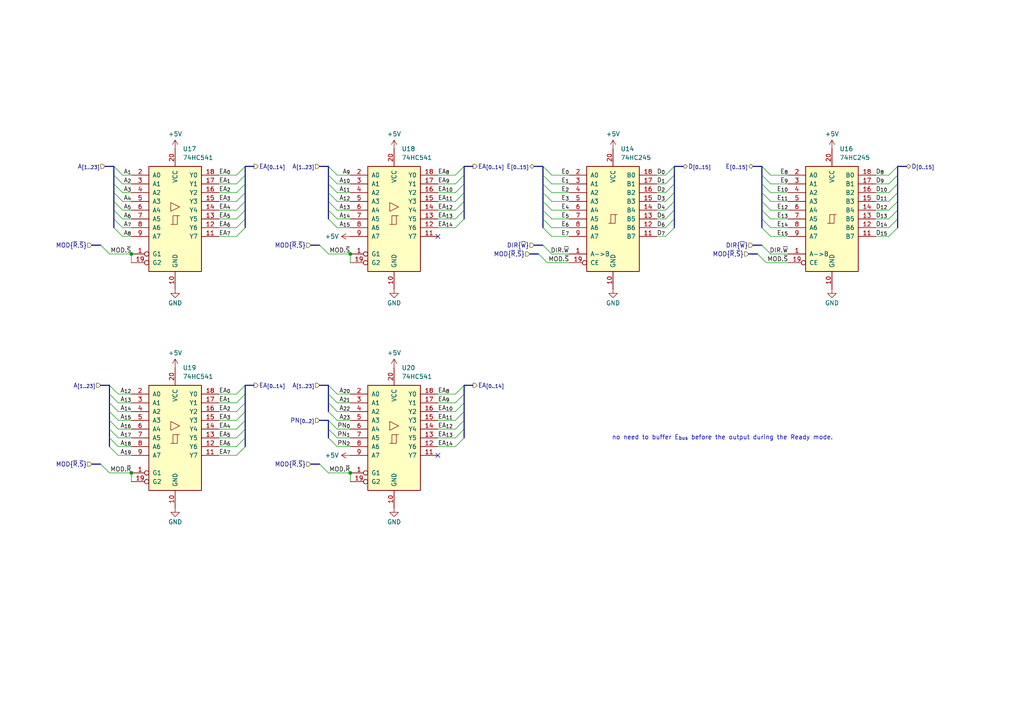
<source format=kicad_sch>
(kicad_sch (version 20250114) (generator "eeschema") (generator_version "9.0")
  (paper "A4")
  (lib_symbols
    (symbol "74xx:74HC245" (pin_names (offset 1.016))
      (property "Reference" "U" (at -7.62 16.51 0))
      (property "Value" "74HC245" (at -7.62 -16.51 0))
      (symbol "74HC245_1_0"
        (polyline (pts (xy -1.27 -1.27) (xy 0.635 -1.27) (xy 0.635 1.27) (xy 1.27 1.27)))
        (polyline (pts (xy -0.635 -1.27) (xy -0.635 1.27) (xy 0.635 1.27)))
        (pin tri_state line (at -12.7 12.7 0) (length 5.08) (name "A0") (number "2"))
        (pin tri_state line (at -12.7 10.16 0) (length 5.08) (name "A1") (number "3"))
        (pin tri_state line (at -12.7 7.62 0) (length 5.08) (name "A2") (number "4"))
        (pin tri_state line (at -12.7 5.08 0) (length 5.08) (name "A3") (number "5"))
        (pin tri_state line (at -12.7 2.54 0) (length 5.08) (name "A4") (number "6"))
        (pin tri_state line (at -12.7 0 0) (length 5.08) (name "A5") (number "7"))
        (pin tri_state line (at -12.7 -2.54 0) (length 5.08) (name "A6") (number "8"))
        (pin tri_state line (at -12.7 -5.08 0) (length 5.08) (name "A7") (number "9"))
        (pin input line (at -12.7 -10.16 0) (length 5.08) (name "A->B") (number "1"))
        (pin input inverted (at -12.7 -12.7 0) (length 5.08) (name "CE") (number "19"))
        (pin power_in line (at 0 20.32 270) (length 5.08) (name "VCC") (number "20"))
        (pin power_in line (at 0 -20.32 90) (length 5.08) (name "GND") (number "10"))
        (pin tri_state line (at 12.7 12.7 180) (length 5.08) (name "B0") (number "18"))
        (pin tri_state line (at 12.7 10.16 180) (length 5.08) (name "B1") (number "17"))
        (pin tri_state line (at 12.7 7.62 180) (length 5.08) (name "B2") (number "16"))
        (pin tri_state line (at 12.7 5.08 180) (length 5.08) (name "B3") (number "15"))
        (pin tri_state line (at 12.7 2.54 180) (length 5.08) (name "B4") (number "14"))
        (pin tri_state line (at 12.7 0 180) (length 5.08) (name "B5") (number "13"))
        (pin tri_state line (at 12.7 -2.54 180) (length 5.08) (name "B6") (number "12"))
        (pin tri_state line (at 12.7 -5.08 180) (length 5.08) (name "B7") (number "11"))
      )
      (symbol "74HC245_1_1"
        (rectangle (start -7.62 15.24) (end 7.62 -15.24) (stroke (width 0.254)) (fill (type background)))
      )
    )
    (symbol "74xx:74LS541" (pin_names (offset 1.016))
      (property "Reference" "U" (at -7.62 16.51 0))
      (property "Value" "74LS541" (at -7.62 -16.51 0))
      (symbol "74LS541_1_0"
        (polyline (pts (xy -1.27 -1.6002) (xy 0.635 -1.6002) (xy 0.635 0.9398) (xy 1.27 0.9398)))
        (polyline (pts (xy -0.635 -1.6002) (xy -0.635 0.9398) (xy 0.635 0.9398)))
        (polyline (pts (xy 1.27 3.4798) (xy -1.27 4.7498) (xy -1.27 2.2098) (xy 1.27 3.4798)) (stroke (width 0.1524)))
        (pin input line (at -12.7 12.7 0) (length 5.08) (name "A0") (number "2"))
        (pin input line (at -12.7 10.16 0) (length 5.08) (name "A1") (number "3"))
        (pin input line (at -12.7 7.62 0) (length 5.08) (name "A2") (number "4"))
        (pin input line (at -12.7 5.08 0) (length 5.08) (name "A3") (number "5"))
        (pin input line (at -12.7 2.54 0) (length 5.08) (name "A4") (number "6"))
        (pin input line (at -12.7 0 0) (length 5.08) (name "A5") (number "7"))
        (pin input line (at -12.7 -2.54 0) (length 5.08) (name "A6") (number "8"))
        (pin input line (at -12.7 -5.08 0) (length 5.08) (name "A7") (number "9"))
        (pin input inverted (at -12.7 -10.16 0) (length 5.08) (name "G1") (number "1"))
        (pin input inverted (at -12.7 -12.7 0) (length 5.08) (name "G2") (number "19"))
        (pin power_in line (at 0 20.32 270) (length 5.08) (name "VCC") (number "20"))
        (pin power_in line (at 0 -20.32 90) (length 5.08) (name "GND") (number "10"))
        (pin tri_state line (at 12.7 12.7 180) (length 5.08) (name "Y0") (number "18"))
        (pin tri_state line (at 12.7 10.16 180) (length 5.08) (name "Y1") (number "17"))
        (pin tri_state line (at 12.7 7.62 180) (length 5.08) (name "Y2") (number "16"))
        (pin tri_state line (at 12.7 5.08 180) (length 5.08) (name "Y3") (number "15"))
        (pin tri_state line (at 12.7 2.54 180) (length 5.08) (name "Y4") (number "14"))
        (pin tri_state line (at 12.7 0 180) (length 5.08) (name "Y5") (number "13"))
        (pin tri_state line (at 12.7 -2.54 180) (length 5.08) (name "Y6") (number "12"))
        (pin tri_state line (at 12.7 -5.08 180) (length 5.08) (name "Y7") (number "11"))
      )
      (symbol "74LS541_1_1"
        (rectangle (start -7.62 15.24) (end 7.62 -15.24) (stroke (width 0.254)) (fill (type background)))
      )
    )
    (symbol "power:+9V" (power) (pin_numbers (hide yes)) (pin_names (offset 0) (hide yes))
      (property "Value" "+9V" (at 0 3.556 0))
      (symbol "+9V_0_1"
        (polyline (pts (xy -0.762 1.27) (xy 0 2.54)))
        (polyline (pts (xy 0 2.54) (xy 0.762 1.27)))
        (polyline (pts (xy 0 0) (xy 0 2.54)))
      )
      (symbol "+9V_1_1"
        (pin power_in line (at 0 0 90) (length 0) (name "~") (number "1"))
      )
    )
    (symbol "power:GND" (power) (pin_numbers (hide yes)) (pin_names (offset 0) (hide yes))
      (property "Value" "GND" (at 0 -3.81 0))
      (symbol "GND_0_1"
        (polyline (pts (xy 0 0) (xy 0 -1.27) (xy 1.27 -1.27) (xy 0 -2.54) (xy -1.27 -1.27) (xy 0 -1.27)))
      )
      (symbol "GND_1_1"
        (pin power_in line (at 0 0 270) (length 0) (name "~") (number "1"))
      )
    )
  )
  (text "no need to buffer E_{bus} before the output during the Ready mode." (at 209.55 127 0) (effects (font (size 1.27 1.27))))
  (junction (at 101.6 73.66))
  (junction (at 38.1 137.16))
  (junction (at 38.1 73.66))
  (junction (at 101.6 137.16))
  (no_connect (at 127 68.58))
  (no_connect (at 127 132.08))
  (bus_entry (at 219.71 73.66) (size 2.54 2.54))
  (bus_entry (at 132.08 53.34) (size 2.54 -2.54))
  (bus_entry (at 35.56 50.8) (size -2.54 -2.54))
  (bus_entry (at 34.29 124.46) (size -2.54 -2.54))
  (bus_entry (at 257.81 55.88) (size 2.54 -2.54))
  (bus_entry (at 223.52 53.34) (size -2.54 -2.54))
  (bus_entry (at 132.08 116.84) (size 2.54 -2.54))
  (bus_entry (at 97.79 116.84) (size -2.54 -2.54))
  (bus_entry (at 193.04 63.5) (size 2.54 -2.54))
  (bus_entry (at 257.81 60.96) (size 2.54 -2.54))
  (bus_entry (at 132.08 60.96) (size 2.54 -2.54))
  (bus_entry (at 193.04 68.58) (size 2.54 -2.54))
  (bus_entry (at 68.58 66.04) (size 2.54 -2.54))
  (bus_entry (at 160.02 55.88) (size -2.54 -2.54))
  (bus_entry (at 68.58 60.96) (size 2.54 -2.54))
  (bus_entry (at 257.81 63.5) (size 2.54 -2.54))
  (bus_entry (at 132.08 127) (size 2.54 -2.54))
  (bus_entry (at 34.29 121.92) (size -2.54 -2.54))
  (bus_entry (at 223.52 55.88) (size -2.54 -2.54))
  (bus_entry (at 34.29 129.54) (size -2.54 -2.54))
  (bus_entry (at 97.79 58.42) (size -2.54 -2.54))
  (bus_entry (at 132.08 129.54) (size 2.54 -2.54))
  (bus_entry (at 132.08 114.3) (size 2.54 -2.54))
  (bus_entry (at 97.79 121.92) (size -2.54 -2.54))
  (bus_entry (at 132.08 121.92) (size 2.54 -2.54))
  (bus_entry (at 97.79 53.34) (size -2.54 -2.54))
  (bus_entry (at 220.98 71.12) (size 2.54 2.54))
  (bus_entry (at 193.04 60.96) (size 2.54 -2.54))
  (bus_entry (at 132.08 50.8) (size 2.54 -2.54))
  (bus_entry (at 160.02 63.5) (size -2.54 -2.54))
  (bus_entry (at 160.02 50.8) (size -2.54 -2.54))
  (bus_entry (at 92.71 134.62) (size 2.54 2.54))
  (bus_entry (at 68.58 127) (size 2.54 -2.54))
  (bus_entry (at 132.08 119.38) (size 2.54 -2.54))
  (bus_entry (at 35.56 60.96) (size -2.54 -2.54))
  (bus_entry (at 223.52 58.42) (size -2.54 -2.54))
  (bus_entry (at 68.58 124.46) (size 2.54 -2.54))
  (bus_entry (at 68.58 68.58) (size 2.54 -2.54))
  (bus_entry (at 68.58 53.34) (size 2.54 -2.54))
  (bus_entry (at 132.08 63.5) (size 2.54 -2.54))
  (bus_entry (at 223.52 60.96) (size -2.54 -2.54))
  (bus_entry (at 68.58 116.84) (size 2.54 -2.54))
  (bus_entry (at 97.79 124.46) (size -2.54 -2.54))
  (bus_entry (at 68.58 129.54) (size 2.54 -2.54))
  (bus_entry (at 132.08 66.04) (size 2.54 -2.54))
  (bus_entry (at 34.29 132.08) (size -2.54 -2.54))
  (bus_entry (at 257.81 68.58) (size 2.54 -2.54))
  (bus_entry (at 35.56 63.5) (size -2.54 -2.54))
  (bus_entry (at 35.56 53.34) (size -2.54 -2.54))
  (bus_entry (at 68.58 63.5) (size 2.54 -2.54))
  (bus_entry (at 68.58 114.3) (size 2.54 -2.54))
  (bus_entry (at 193.04 50.8) (size 2.54 -2.54))
  (bus_entry (at 156.21 73.66) (size 2.54 2.54))
  (bus_entry (at 160.02 66.04) (size -2.54 -2.54))
  (bus_entry (at 160.02 68.58) (size -2.54 -2.54))
  (bus_entry (at 29.21 134.62) (size 2.54 2.54))
  (bus_entry (at 35.56 66.04) (size -2.54 -2.54))
  (bus_entry (at 97.79 114.3) (size -2.54 -2.54))
  (bus_entry (at 160.02 53.34) (size -2.54 -2.54))
  (bus_entry (at 257.81 53.34) (size 2.54 -2.54))
  (bus_entry (at 97.79 63.5) (size -2.54 -2.54))
  (bus_entry (at 29.21 71.12) (size 2.54 2.54))
  (bus_entry (at 68.58 58.42) (size 2.54 -2.54))
  (bus_entry (at 34.29 114.3) (size -2.54 -2.54))
  (bus_entry (at 132.08 58.42) (size 2.54 -2.54))
  (bus_entry (at 193.04 58.42) (size 2.54 -2.54))
  (bus_entry (at 97.79 129.54) (size -2.54 -2.54))
  (bus_entry (at 132.08 124.46) (size 2.54 -2.54))
  (bus_entry (at 132.08 55.88) (size 2.54 -2.54))
  (bus_entry (at 97.79 66.04) (size -2.54 -2.54))
  (bus_entry (at 97.79 60.96) (size -2.54 -2.54))
  (bus_entry (at 160.02 58.42) (size -2.54 -2.54))
  (bus_entry (at 160.02 60.96) (size -2.54 -2.54))
  (bus_entry (at 34.29 127) (size -2.54 -2.54))
  (bus_entry (at 35.56 58.42) (size -2.54 -2.54))
  (bus_entry (at 97.79 55.88) (size -2.54 -2.54))
  (bus_entry (at 223.52 68.58) (size -2.54 -2.54))
  (bus_entry (at 97.79 50.8) (size -2.54 -2.54))
  (bus_entry (at 257.81 66.04) (size 2.54 -2.54))
  (bus_entry (at 68.58 119.38) (size 2.54 -2.54))
  (bus_entry (at 97.79 127) (size -2.54 -2.54))
  (bus_entry (at 68.58 121.92) (size 2.54 -2.54))
  (bus_entry (at 257.81 50.8) (size 2.54 -2.54))
  (bus_entry (at 223.52 50.8) (size -2.54 -2.54))
  (bus_entry (at 34.29 116.84) (size -2.54 -2.54))
  (bus_entry (at 92.71 71.12) (size 2.54 2.54))
  (bus_entry (at 97.79 119.38) (size -2.54 -2.54))
  (bus_entry (at 193.04 66.04) (size 2.54 -2.54))
  (bus_entry (at 223.52 66.04) (size -2.54 -2.54))
  (bus_entry (at 68.58 55.88) (size 2.54 -2.54))
  (bus_entry (at 34.29 119.38) (size -2.54 -2.54))
  (bus_entry (at 157.48 71.12) (size 2.54 2.54))
  (bus_entry (at 193.04 53.34) (size 2.54 -2.54))
  (bus_entry (at 35.56 68.58) (size -2.54 -2.54))
  (bus_entry (at 68.58 132.08) (size 2.54 -2.54))
  (bus_entry (at 223.52 63.5) (size -2.54 -2.54))
  (bus_entry (at 68.58 50.8) (size 2.54 -2.54))
  (bus_entry (at 193.04 55.88) (size 2.54 -2.54))
  (bus_entry (at 257.81 58.42) (size 2.54 -2.54))
  (bus_entry (at 35.56 55.88) (size -2.54 -2.54))
  (wire (pts (xy 38.1 119.38) (xy 34.29 119.38)))
  (bus (pts (xy 71.12 60.96) (xy 71.12 63.5)))
  (bus (pts (xy 31.75 114.3) (xy 31.75 111.76)))
  (wire (pts (xy 101.6 63.5) (xy 97.79 63.5)))
  (bus (pts (xy 71.12 63.5) (xy 71.12 66.04)))
  (wire (pts (xy 190.5 63.5) (xy 193.04 63.5)))
  (bus (pts (xy 92.71 111.76) (xy 95.25 111.76)))
  (bus (pts (xy 157.48 66.04) (xy 157.48 63.5)))
  (wire (pts (xy 63.5 55.88) (xy 68.58 55.88)))
  (wire (pts (xy 101.6 58.42) (xy 97.79 58.42)))
  (wire (pts (xy 38.1 58.42) (xy 35.56 58.42)))
  (wire (pts (xy 228.6 53.34) (xy 223.52 53.34)))
  (bus (pts (xy 195.58 53.34) (xy 195.58 50.8)))
  (bus (pts (xy 95.25 58.42) (xy 95.25 60.96)))
  (bus (pts (xy 134.62 116.84) (xy 134.62 119.38)))
  (wire (pts (xy 228.6 58.42) (xy 223.52 58.42)))
  (wire (pts (xy 127 63.5) (xy 132.08 63.5)))
  (bus (pts (xy 73.66 111.76) (xy 71.12 111.76)))
  (bus (pts (xy 154.94 71.12) (xy 157.48 71.12)))
  (bus (pts (xy 134.62 53.34) (xy 134.62 55.88)))
  (bus (pts (xy 71.12 114.3) (xy 71.12 116.84)))
  (bus (pts (xy 220.98 60.96) (xy 220.98 58.42)))
  (wire (pts (xy 127 50.8) (xy 132.08 50.8)))
  (wire (pts (xy 63.5 50.8) (xy 68.58 50.8)))
  (bus (pts (xy 33.02 53.34) (xy 33.02 50.8)))
  (bus (pts (xy 157.48 53.34) (xy 157.48 50.8)))
  (wire (pts (xy 190.5 58.42) (xy 193.04 58.42)))
  (wire (pts (xy 63.5 119.38) (xy 68.58 119.38)))
  (bus (pts (xy 157.48 58.42) (xy 157.48 55.88)))
  (wire (pts (xy 38.1 137.16) (xy 38.1 139.7)))
  (bus (pts (xy 95.25 111.76) (xy 95.25 114.3)))
  (bus (pts (xy 220.98 53.34) (xy 220.98 50.8)))
  (wire (pts (xy 127 53.34) (xy 132.08 53.34)))
  (wire (pts (xy 127 119.38) (xy 132.08 119.38)))
  (bus (pts (xy 33.02 66.04) (xy 33.02 63.5)))
  (bus (pts (xy 33.02 50.8) (xy 33.02 48.26)))
  (bus (pts (xy 157.48 55.88) (xy 157.48 53.34)))
  (bus (pts (xy 33.02 48.26) (xy 30.48 48.26)))
  (bus (pts (xy 157.48 60.96) (xy 157.48 58.42)))
  (wire (pts (xy 63.5 68.58) (xy 68.58 68.58)))
  (wire (pts (xy 101.6 114.3) (xy 97.79 114.3)))
  (bus (pts (xy 260.35 50.8) (xy 260.35 48.26)))
  (wire (pts (xy 38.1 124.46) (xy 34.29 124.46)))
  (wire (pts (xy 38.1 132.08) (xy 34.29 132.08)))
  (wire (pts (xy 63.5 66.04) (xy 68.58 66.04)))
  (bus (pts (xy 95.25 53.34) (xy 95.25 55.88)))
  (wire (pts (xy 127 58.42) (xy 132.08 58.42)))
  (wire (pts (xy 63.5 114.3) (xy 68.58 114.3)))
  (wire (pts (xy 190.5 53.34) (xy 193.04 53.34)))
  (wire (pts (xy 63.5 53.34) (xy 68.58 53.34)))
  (bus (pts (xy 26.67 134.62) (xy 29.21 134.62)))
  (wire (pts (xy 223.52 73.66) (xy 228.6 73.66)))
  (wire (pts (xy 101.6 121.92) (xy 97.79 121.92)))
  (wire (pts (xy 228.6 50.8) (xy 223.52 50.8)))
  (bus (pts (xy 134.62 119.38) (xy 134.62 121.92)))
  (wire (pts (xy 101.6 66.04) (xy 97.79 66.04)))
  (bus (pts (xy 195.58 63.5) (xy 195.58 60.96)))
  (wire (pts (xy 95.25 73.66) (xy 101.6 73.66)))
  (bus (pts (xy 154.94 48.26) (xy 157.48 48.26)))
  (wire (pts (xy 127 124.46) (xy 132.08 124.46)))
  (bus (pts (xy 71.12 50.8) (xy 71.12 53.34)))
  (wire (pts (xy 160.02 73.66) (xy 165.1 73.66)))
  (bus (pts (xy 95.25 60.96) (xy 95.25 63.5)))
  (bus (pts (xy 220.98 55.88) (xy 220.98 53.34)))
  (bus (pts (xy 220.98 58.42) (xy 220.98 55.88)))
  (wire (pts (xy 31.75 73.66) (xy 38.1 73.66)))
  (bus (pts (xy 71.12 121.92) (xy 71.12 124.46)))
  (bus (pts (xy 33.02 55.88) (xy 33.02 53.34)))
  (wire (pts (xy 38.1 121.92) (xy 34.29 121.92)))
  (bus (pts (xy 260.35 60.96) (xy 260.35 58.42)))
  (bus (pts (xy 31.75 116.84) (xy 31.75 114.3)))
  (wire (pts (xy 222.25 76.2) (xy 228.6 76.2)))
  (wire (pts (xy 127 66.04) (xy 132.08 66.04)))
  (bus (pts (xy 95.25 116.84) (xy 95.25 119.38)))
  (wire (pts (xy 254 66.04) (xy 257.81 66.04)))
  (wire (pts (xy 165.1 63.5) (xy 160.02 63.5)))
  (wire (pts (xy 63.5 60.96) (xy 68.58 60.96)))
  (bus (pts (xy 218.44 71.12) (xy 220.98 71.12)))
  (wire (pts (xy 38.1 68.58) (xy 35.56 68.58)))
  (wire (pts (xy 38.1 50.8) (xy 35.56 50.8)))
  (bus (pts (xy 220.98 63.5) (xy 220.98 60.96)))
  (wire (pts (xy 101.6 137.16) (xy 101.6 139.7)))
  (wire (pts (xy 254 50.8) (xy 257.81 50.8)))
  (wire (pts (xy 38.1 73.66) (xy 38.1 76.2)))
  (bus (pts (xy 71.12 119.38) (xy 71.12 121.92)))
  (bus (pts (xy 31.75 129.54) (xy 31.75 127)))
  (wire (pts (xy 165.1 50.8) (xy 160.02 50.8)))
  (bus (pts (xy 95.25 48.26) (xy 92.71 48.26)))
  (bus (pts (xy 134.62 111.76) (xy 134.62 114.3)))
  (bus (pts (xy 90.17 71.12) (xy 92.71 71.12)))
  (bus (pts (xy 260.35 58.42) (xy 260.35 55.88)))
  (wire (pts (xy 228.6 68.58) (xy 223.52 68.58)))
  (bus (pts (xy 153.67 73.66) (xy 156.21 73.66)))
  (wire (pts (xy 31.75 137.16) (xy 38.1 137.16)))
  (bus (pts (xy 95.25 127) (xy 95.25 124.46)))
  (wire (pts (xy 190.5 68.58) (xy 193.04 68.58)))
  (wire (pts (xy 254 53.34) (xy 257.81 53.34)))
  (wire (pts (xy 101.6 119.38) (xy 97.79 119.38)))
  (wire (pts (xy 63.5 58.42) (xy 68.58 58.42)))
  (wire (pts (xy 63.5 127) (xy 68.58 127)))
  (wire (pts (xy 254 68.58) (xy 257.81 68.58)))
  (bus (pts (xy 92.71 121.92) (xy 95.25 121.92)))
  (bus (pts (xy 95.25 114.3) (xy 95.25 116.84)))
  (wire (pts (xy 158.75 76.2) (xy 165.1 76.2)))
  (wire (pts (xy 101.6 55.88) (xy 97.79 55.88)))
  (wire (pts (xy 165.1 60.96) (xy 160.02 60.96)))
  (bus (pts (xy 260.35 63.5) (xy 260.35 60.96)))
  (bus (pts (xy 260.35 66.04) (xy 260.35 63.5)))
  (wire (pts (xy 38.1 129.54) (xy 34.29 129.54)))
  (wire (pts (xy 190.5 55.88) (xy 193.04 55.88)))
  (wire (pts (xy 38.1 63.5) (xy 35.56 63.5)))
  (wire (pts (xy 254 55.88) (xy 257.81 55.88)))
  (wire (pts (xy 101.6 53.34) (xy 97.79 53.34)))
  (wire (pts (xy 228.6 55.88) (xy 223.52 55.88)))
  (wire (pts (xy 127 114.3) (xy 132.08 114.3)))
  (bus (pts (xy 26.67 71.12) (xy 29.21 71.12)))
  (bus (pts (xy 137.16 48.26) (xy 134.62 48.26)))
  (wire (pts (xy 38.1 66.04) (xy 35.56 66.04)))
  (bus (pts (xy 134.62 114.3) (xy 134.62 116.84)))
  (wire (pts (xy 254 58.42) (xy 257.81 58.42)))
  (wire (pts (xy 101.6 116.84) (xy 97.79 116.84)))
  (wire (pts (xy 63.5 121.92) (xy 68.58 121.92)))
  (wire (pts (xy 127 127) (xy 132.08 127)))
  (wire (pts (xy 228.6 63.5) (xy 223.52 63.5)))
  (bus (pts (xy 31.75 124.46) (xy 31.75 121.92)))
  (wire (pts (xy 165.1 53.34) (xy 160.02 53.34)))
  (bus (pts (xy 71.12 58.42) (xy 71.12 60.96)))
  (bus (pts (xy 195.58 60.96) (xy 195.58 58.42)))
  (wire (pts (xy 38.1 55.88) (xy 35.56 55.88)))
  (bus (pts (xy 71.12 127) (xy 71.12 129.54)))
  (wire (pts (xy 38.1 114.3) (xy 34.29 114.3)))
  (wire (pts (xy 63.5 63.5) (xy 68.58 63.5)))
  (wire (pts (xy 127 121.92) (xy 132.08 121.92)))
  (bus (pts (xy 90.17 134.62) (xy 92.71 134.62)))
  (wire (pts (xy 101.6 129.54) (xy 97.79 129.54)))
  (bus (pts (xy 134.62 121.92) (xy 134.62 124.46)))
  (bus (pts (xy 220.98 66.04) (xy 220.98 63.5)))
  (bus (pts (xy 71.12 48.26) (xy 71.12 50.8)))
  (bus (pts (xy 73.66 48.26) (xy 71.12 48.26)))
  (wire (pts (xy 165.1 66.04) (xy 160.02 66.04)))
  (bus (pts (xy 71.12 111.76) (xy 71.12 114.3)))
  (bus (pts (xy 137.16 111.76) (xy 134.62 111.76)))
  (bus (pts (xy 217.17 73.66) (xy 219.71 73.66)))
  (wire (pts (xy 190.5 50.8) (xy 193.04 50.8)))
  (wire (pts (xy 165.1 55.88) (xy 160.02 55.88)))
  (bus (pts (xy 31.75 119.38) (xy 31.75 116.84)))
  (wire (pts (xy 63.5 129.54) (xy 68.58 129.54)))
  (wire (pts (xy 63.5 124.46) (xy 68.58 124.46)))
  (bus (pts (xy 33.02 58.42) (xy 33.02 55.88)))
  (bus (pts (xy 220.98 50.8) (xy 220.98 48.26)))
  (bus (pts (xy 218.44 48.26) (xy 220.98 48.26)))
  (bus (pts (xy 29.21 111.76) (xy 31.75 111.76)))
  (wire (pts (xy 127 129.54) (xy 132.08 129.54)))
  (wire (pts (xy 101.6 73.66) (xy 101.6 76.2)))
  (bus (pts (xy 71.12 53.34) (xy 71.12 55.88)))
  (bus (pts (xy 33.02 60.96) (xy 33.02 58.42)))
  (bus (pts (xy 31.75 121.92) (xy 31.75 119.38)))
  (bus (pts (xy 260.35 48.26) (xy 262.89 48.26)))
  (wire (pts (xy 101.6 60.96) (xy 97.79 60.96)))
  (wire (pts (xy 63.5 116.84) (xy 68.58 116.84)))
  (wire (pts (xy 254 63.5) (xy 257.81 63.5)))
  (bus (pts (xy 33.02 63.5) (xy 33.02 60.96)))
  (wire (pts (xy 127 60.96) (xy 132.08 60.96)))
  (wire (pts (xy 38.1 127) (xy 34.29 127)))
  (bus (pts (xy 134.62 124.46) (xy 134.62 127)))
  (wire (pts (xy 190.5 60.96) (xy 193.04 60.96)))
  (bus (pts (xy 260.35 53.34) (xy 260.35 50.8)))
  (wire (pts (xy 228.6 66.04) (xy 223.52 66.04)))
  (bus (pts (xy 195.58 48.26) (xy 198.12 48.26)))
  (bus (pts (xy 195.58 50.8) (xy 195.58 48.26)))
  (wire (pts (xy 95.25 137.16) (xy 101.6 137.16)))
  (bus (pts (xy 95.25 55.88) (xy 95.25 58.42)))
  (bus (pts (xy 71.12 116.84) (xy 71.12 119.38)))
  (bus (pts (xy 95.25 124.46) (xy 95.25 121.92)))
  (bus (pts (xy 134.62 55.88) (xy 134.62 58.42)))
  (bus (pts (xy 157.48 63.5) (xy 157.48 60.96)))
  (bus (pts (xy 134.62 60.96) (xy 134.62 63.5)))
  (wire (pts (xy 165.1 58.42) (xy 160.02 58.42)))
  (bus (pts (xy 195.58 58.42) (xy 195.58 55.88)))
  (wire (pts (xy 38.1 116.84) (xy 34.29 116.84)))
  (wire (pts (xy 101.6 124.46) (xy 97.79 124.46)))
  (wire (pts (xy 228.6 60.96) (xy 223.52 60.96)))
  (wire (pts (xy 38.1 53.34) (xy 35.56 53.34)))
  (bus (pts (xy 195.58 55.88) (xy 195.58 53.34)))
  (bus (pts (xy 71.12 55.88) (xy 71.12 58.42)))
  (bus (pts (xy 195.58 66.04) (xy 195.58 63.5)))
  (bus (pts (xy 260.35 55.88) (xy 260.35 53.34)))
  (wire (pts (xy 190.5 66.04) (xy 193.04 66.04)))
  (wire (pts (xy 165.1 68.58) (xy 160.02 68.58)))
  (bus (pts (xy 71.12 124.46) (xy 71.12 127)))
  (wire (pts (xy 127 55.88) (xy 132.08 55.88)))
  (wire (pts (xy 254 60.96) (xy 257.81 60.96)))
  (bus (pts (xy 134.62 50.8) (xy 134.62 53.34)))
  (bus (pts (xy 157.48 50.8) (xy 157.48 48.26)))
  (wire (pts (xy 38.1 60.96) (xy 35.56 60.96)))
  (bus (pts (xy 95.25 50.8) (xy 95.25 48.26)))
  (bus (pts (xy 134.62 58.42) (xy 134.62 60.96)))
  (wire (pts (xy 101.6 50.8) (xy 97.79 50.8)))
  (wire (pts (xy 101.6 127) (xy 97.79 127)))
  (wire (pts (xy 127 116.84) (xy 132.08 116.84)))
  (wire (pts (xy 63.5 132.08) (xy 68.58 132.08)))
  (bus (pts (xy 95.25 53.34) (xy 95.25 50.8)))
  (bus (pts (xy 31.75 127) (xy 31.75 124.46)))
  (bus (pts (xy 134.62 48.26) (xy 134.62 50.8)))
  (label "EA_{14}" (at 127 66.04 0))
  (label "MOD.~{R}" (at 101.6 137.16 180))
  (label "D_{15}" (at 254 68.58 0))
  (label "EA_{5}" (at 63.5 127 0))
  (label "DIR.~{W}" (at 228.6 73.66 180))
  (label "EA_{13}" (at 127 63.5 0))
  (label "EA_{2}" (at 63.5 55.88 0))
  (label "EA_{2}" (at 63.5 119.38 0))
  (label "A_{20}" (at 101.6 114.3 180))
  (label "D_{6}" (at 190.5 66.04 0))
  (label "E_{10}" (at 228.6 55.88 180))
  (label "EA_{12}" (at 127 124.46 0))
  (label "EA_{0}" (at 63.5 114.3 0))
  (label "E_{9}" (at 228.6 53.34 180))
  (label "A_{12}" (at 101.6 58.42 180))
  (label "PN_{0}" (at 101.6 124.46 180))
  (label "A_{15}" (at 101.6 66.04 180))
  (label "D_{0}" (at 190.5 50.8 0))
  (label "EA_{3}" (at 63.5 58.42 0))
  (label "A_{21}" (at 101.6 116.84 180))
  (label "E_{14}" (at 228.6 66.04 180))
  (label "E_{0}" (at 165.1 50.8 180))
  (label "EA_{5}" (at 63.5 63.5 0))
  (label "A_{8}" (at 38.1 68.58 180))
  (label "E_{8}" (at 228.6 50.8 180))
  (label "EA_{9}" (at 127 53.34 0))
  (label "E_{15}" (at 228.6 68.58 180))
  (label "E_{7}" (at 165.1 68.58 180))
  (label "A_{12}" (at 38.1 114.3 180))
  (label "E_{2}" (at 165.1 55.88 180))
  (label "EA_{11}" (at 127 121.92 0))
  (label "A_{14}" (at 38.1 119.38 180))
  (label "E_{5}" (at 165.1 63.5 180))
  (label "EA_{11}" (at 127 58.42 0))
  (label "EA_{10}" (at 127 119.38 0))
  (label "D_{9}" (at 254 53.34 0))
  (label "EA_{8}" (at 127 114.3 0))
  (label "D_{8}" (at 254 50.8 0))
  (label "A_{9}" (at 101.6 50.8 180))
  (label "A_{14}" (at 101.6 63.5 180))
  (label "PN_{1}" (at 101.6 127 180))
  (label "EA_{10}" (at 127 55.88 0))
  (label "A_{6}" (at 38.1 63.5 180))
  (label "A_{16}" (at 38.1 124.46 180))
  (label "PN_{2}" (at 101.6 129.54 180))
  (label "A_{7}" (at 38.1 66.04 180))
  (label "D_{11}" (at 254 58.42 0))
  (label "A_{4}" (at 38.1 58.42 180))
  (label "A_{22}" (at 101.6 119.38 180))
  (label "D_{4}" (at 190.5 60.96 0))
  (label "A_{13}" (at 101.6 60.96 180))
  (label "E_{4}" (at 165.1 60.96 180))
  (label "EA_{1}" (at 63.5 53.34 0))
  (label "EA_{6}" (at 63.5 129.54 0))
  (label "D_{12}" (at 254 60.96 0))
  (label "A_{5}" (at 38.1 60.96 180))
  (label "E_{11}" (at 228.6 58.42 180))
  (label "D_{3}" (at 190.5 58.42 0))
  (label "D_{1}" (at 190.5 53.34 0))
  (label "MOD.~{S}" (at 101.6 73.66 180))
  (label "D_{14}" (at 254 66.04 0))
  (label "A_{23}" (at 101.6 121.92 180))
  (label "DIR.~{W}" (at 165.1 73.66 180))
  (label "MOD.~{R}" (at 38.1 137.16 180))
  (label "E_{13}" (at 228.6 63.5 180))
  (label "MOD.~{S}" (at 165.1 76.2 180))
  (label "MOD.~{S}" (at 228.6 76.2 180))
  (label "EA_{4}" (at 63.5 124.46 0))
  (label "E_{12}" (at 228.6 60.96 180))
  (label "EA_{7}" (at 63.5 68.58 0))
  (label "MOD.~{S}" (at 38.1 73.66 180))
  (label "A_{3}" (at 38.1 55.88 180))
  (label "A_{17}" (at 38.1 127 180))
  (label "EA_{14}" (at 127 129.54 0))
  (label "A_{10}" (at 101.6 53.34 180))
  (label "D_{7}" (at 190.5 68.58 0))
  (label "EA_{0}" (at 63.5 50.8 0))
  (label "EA_{12}" (at 127 60.96 0))
  (label "A_{18}" (at 38.1 129.54 180))
  (label "E_{6}" (at 165.1 66.04 180))
  (label "A_{19}" (at 38.1 132.08 180))
  (label "EA_{4}" (at 63.5 60.96 0))
  (label "EA_{3}" (at 63.5 121.92 0))
  (label "EA_{1}" (at 63.5 116.84 0))
  (label "EA_{13}" (at 127 127 0))
  (label "EA_{9}" (at 127 116.84 0))
  (label "EA_{8}" (at 127 50.8 0))
  (label "A_{2}" (at 38.1 53.34 180))
  (label "A_{15}" (at 38.1 121.92 180))
  (label "A_{1}" (at 38.1 50.8 180))
  (label "A_{13}" (at 38.1 116.84 180))
  (label "D_{13}" (at 254 63.5 0))
  (label "E_{3}" (at 165.1 58.42 180))
  (label "D_{5}" (at 190.5 63.5 0))
  (label "D_{10}" (at 254 55.88 0))
  (label "D_{2}" (at 190.5 55.88 0))
  (label "E_{1}" (at 165.1 53.34 180))
  (label "A_{11}" (at 101.6 55.88 180))
  (label "EA_{7}" (at 63.5 132.08 0))
  (label "EA_{6}" (at 63.5 66.04 0))
  (hierarchical_label "A_{[1..23]}" (shape input) (at 92.71 111.76 180))
  (hierarchical_label "DIR{~{W}}" (shape input) (at 218.44 71.12 180))
  (hierarchical_label "A_{[1..23]}" (shape input) (at 30.48 48.26 180))
  (hierarchical_label "EA_{[0..14]}" (shape output) (at 73.66 48.26 0))
  (hierarchical_label "D_{[0..15]}" (shape bidirectional) (at 262.89 48.26 0))
  (hierarchical_label "D_{[0..15]}" (shape bidirectional) (at 198.12 48.26 0))
  (hierarchical_label "MOD{~{R},~{S}}" (shape input) (at 217.17 73.66 180))
  (hierarchical_label "DIR{~{W}}" (shape input) (at 154.94 71.12 180))
  (hierarchical_label "EA_{[0..14]}" (shape output) (at 137.16 111.76 0))
  (hierarchical_label "E_{[0..15]}" (shape bidirectional) (at 154.94 48.26 180))
  (hierarchical_label "MOD{~{R},~{S}}" (shape input) (at 26.67 71.12 180))
  (hierarchical_label "A_{[1..23]}" (shape input) (at 92.71 48.26 180))
  (hierarchical_label "MOD{~{R},~{S}}" (shape input) (at 90.17 134.62 180))
  (hierarchical_label "MOD{~{R},~{S}}" (shape input) (at 26.67 134.62 180))
  (hierarchical_label "EA_{[0..14]}" (shape output) (at 73.66 111.76 0))
  (hierarchical_label "A_{[1..23]}" (shape input) (at 29.21 111.76 180))
  (hierarchical_label "E_{[0..15]}" (shape bidirectional) (at 218.44 48.26 180))
  (hierarchical_label "PN_{[0..2]}" (shape input) (at 92.71 121.92 180))
  (hierarchical_label "MOD{~{R},~{S}}" (shape input) (at 153.67 73.66 180))
  (hierarchical_label "EA_{[0..14]}" (shape output) (at 137.16 48.26 0))
  (hierarchical_label "MOD{~{R},~{S}}" (shape input) (at 90.17 71.12 180))
  (symbol (lib_id "power:GND") (at 114.3 83.82 0) (mirror y) (unit 1)
    (property "Reference" "#PWR058" (effects (hide yes)))
    (property "Value" "GND" (at 114.3 87.884 0))
    (property "Description" "Power symbol creates a global label with name \"GND\" , ground" (effects (hide yes)))
  )
  (symbol (lib_id "power:+9V") (at 177.8 43.18 0) (unit 1)
    (property "Reference" "#PWR045" (effects (hide yes)))
    (property "Value" "+5V" (at 177.8 38.862 0))
    (property "Description" "Power symbol creates a global label with name \"+9V\"" (effects (hide yes)))
  )
  (symbol (lib_id "power:GND") (at 177.8 83.82 0) (mirror y) (unit 1)
    (property "Reference" "#PWR047" (effects (hide yes)))
    (property "Value" "GND" (at 177.8 87.884 0))
    (property "Description" "Power symbol creates a global label with name \"GND\" , ground" (effects (hide yes)))
  )
  (symbol (lib_id "power:+9V") (at 50.8 43.18 0) (unit 1)
    (property "Reference" "#PWR049" (effects (hide yes)))
    (property "Value" "+5V" (at 50.8 38.862 0))
    (property "Description" "Power symbol creates a global label with name \"+9V\"" (effects (hide yes)))
  )
  (symbol (lib_id "74xx:74HC245") (at 241.3 63.5 0) (unit 1)
    (property "Reference" "U16" (at 243.4941 43.18 0) (effects (justify left)))
    (property "Value" "74HC245" (at 243.4941 45.72 0) (effects (justify left)))
    (property "Footprint" "Package_DIP:DIP-20_W7.62mm" (effects (hide yes)))
    (property "Datasheet" "http://www.ti.com/lit/gpn/sn74HC245" (effects (hide yes)))
    (property "Description" "Octal BUS Transceivers, 3-State outputs" (effects (hide yes)))
  )
  (symbol (lib_id "power:+9V") (at 241.3 43.18 0) (unit 1)
    (property "Reference" "#PWR046" (effects (hide yes)))
    (property "Value" "+5V" (at 241.3 38.862 0))
    (property "Description" "Power symbol creates a global label with name \"+9V\"" (effects (hide yes)))
  )
  (symbol (lib_id "74xx:74HC245") (at 177.8 63.5 0) (unit 1)
    (property "Reference" "U14" (at 179.9941 43.18 0) (effects (justify left)))
    (property "Value" "74HC245" (at 179.9941 45.72 0) (effects (justify left)))
    (property "Footprint" "Package_DIP:DIP-20_W7.62mm" (effects (hide yes)))
    (property "Datasheet" "http://www.ti.com/lit/gpn/sn74HC245" (effects (hide yes)))
    (property "Description" "Octal BUS Transceivers, 3-State outputs" (effects (hide yes)))
  )
  (symbol (lib_id "power:GND") (at 50.8 147.32 0) (mirror y) (unit 1)
    (property "Reference" "#PWR059" (effects (hide yes)))
    (property "Value" "GND" (at 50.8 151.384 0))
    (property "Description" "Power symbol creates a global label with name \"GND\" , ground" (effects (hide yes)))
  )
  (symbol (lib_id "power:+9V") (at 114.3 43.18 0) (unit 1)
    (property "Reference" "#PWR050" (effects (hide yes)))
    (property "Value" "+5V" (at 114.3 38.862 0))
    (property "Description" "Power symbol creates a global label with name \"+9V\"" (effects (hide yes)))
  )
  (symbol (lib_id "power:GND") (at 114.3 147.32 0) (mirror y) (unit 1)
    (property "Reference" "#PWR060" (effects (hide yes)))
    (property "Value" "GND" (at 114.3 151.384 0))
    (property "Description" "Power symbol creates a global label with name \"GND\" , ground" (effects (hide yes)))
  )
  (symbol (lib_id "74xx:74LS541") (at 50.8 127 0) (unit 1)
    (property "Reference" "U19" (at 52.9941 106.68 0) (effects (justify left)))
    (property "Value" "74HC541" (at 52.9941 109.22 0) (effects (justify left)))
    (property "Footprint" "Package_DIP:DIP-20_W7.62mm" (effects (hide yes)))
    (property "Datasheet" "http://www.ti.com/lit/gpn/sn74LS541" (effects (hide yes)))
    (property "Description" "8-bit Buffer/Line Driver 3-state outputs" (effects (hide yes)))
  )
  (symbol (lib_id "power:+9V") (at 114.3 106.68 0) (unit 1)
    (property "Reference" "#PWR054" (effects (hide yes)))
    (property "Value" "+5V" (at 114.3 102.362 0))
    (property "Description" "Power symbol creates a global label with name \"+9V\"" (effects (hide yes)))
  )
  (symbol (lib_id "74xx:74LS541") (at 50.8 63.5 0) (unit 1)
    (property "Reference" "U17" (at 52.9941 43.18 0) (effects (justify left)))
    (property "Value" "74HC541" (at 52.9941 45.72 0) (effects (justify left)))
    (property "Footprint" "Package_DIP:DIP-20_W7.62mm" (effects (hide yes)))
    (property "Datasheet" "http://www.ti.com/lit/gpn/sn74LS541" (effects (hide yes)))
    (property "Description" "8-bit Buffer/Line Driver 3-state outputs" (effects (hide yes)))
  )
  (symbol (lib_id "power:+9V") (at 101.6 68.58 90) (mirror x) (unit 1)
    (property "Reference" "#PWR055" (effects (hide yes)))
    (property "Value" "+5V" (at 98.298 68.58 90) (effects (justify left)))
    (property "Description" "Power symbol creates a global label with name \"+9V\"" (effects (hide yes)))
  )
  (symbol (lib_id "power:+9V") (at 101.6 132.08 90) (mirror x) (unit 1)
    (property "Reference" "#PWR056" (effects (hide yes)))
    (property "Value" "+5V" (at 98.298 132.08 90) (effects (justify left)))
    (property "Description" "Power symbol creates a global label with name \"+9V\"" (effects (hide yes)))
  )
  (symbol (lib_id "74xx:74LS541") (at 114.3 127 0) (unit 1)
    (property "Reference" "U20" (at 116.4941 106.68 0) (effects (justify left)))
    (property "Value" "74HC541" (at 116.4941 109.22 0) (effects (justify left)))
    (property "Footprint" "Package_DIP:DIP-20_W7.62mm" (effects (hide yes)))
    (property "Datasheet" "http://www.ti.com/lit/gpn/sn74LS541" (effects (hide yes)))
    (property "Description" "8-bit Buffer/Line Driver 3-state outputs" (effects (hide yes)))
  )
  (symbol (lib_id "power:+9V") (at 50.8 106.68 0) (unit 1)
    (property "Reference" "#PWR053" (effects (hide yes)))
    (property "Value" "+5V" (at 50.8 102.362 0))
    (property "Description" "Power symbol creates a global label with name \"+9V\"" (effects (hide yes)))
  )
  (symbol (lib_id "power:GND") (at 50.8 83.82 0) (mirror y) (unit 1)
    (property "Reference" "#PWR057" (effects (hide yes)))
    (property "Value" "GND" (at 50.8 87.884 0))
    (property "Description" "Power symbol creates a global label with name \"GND\" , ground" (effects (hide yes)))
  )
  (symbol (lib_id "74xx:74LS541") (at 114.3 63.5 0) (unit 1)
    (property "Reference" "U18" (at 116.4941 43.18 0) (effects (justify left)))
    (property "Value" "74HC541" (at 116.4941 45.72 0) (effects (justify left)))
    (property "Footprint" "Package_DIP:DIP-20_W7.62mm" (effects (hide yes)))
    (property "Datasheet" "http://www.ti.com/lit/gpn/sn74LS541" (effects (hide yes)))
    (property "Description" "8-bit Buffer/Line Driver 3-state outputs" (effects (hide yes)))
  )
  (symbol (lib_id "power:GND") (at 241.3 83.82 0) (mirror y) (unit 1)
    (property "Reference" "#PWR048" (effects (hide yes)))
    (property "Value" "GND" (at 241.3 87.884 0))
    (property "Description" "Power symbol creates a global label with name \"GND\" , ground" (effects (hide yes)))
  )
)
</source>
